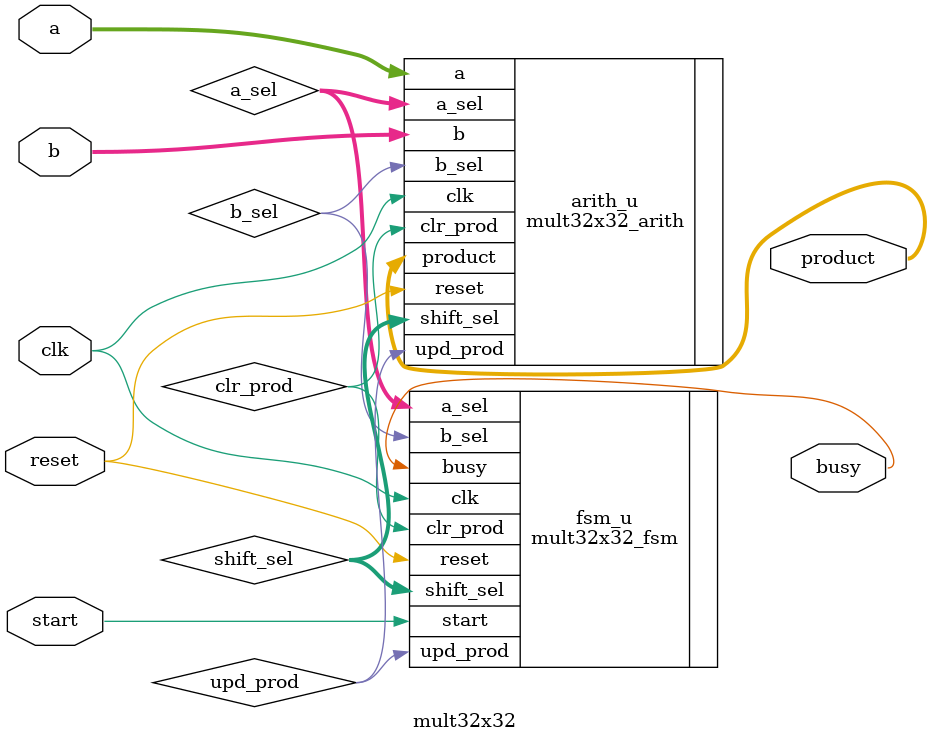
<source format=sv>
module mult32x32 (
    input logic clk,            // Clock
    input logic reset,          // Reset
    input logic start,          // Start signal
    input logic [31:0] a,       // Input a
    input logic [31:0] b,       // Input b
    output logic busy,          // Multiplier busy indication
    output logic [63:0] product // Miltiplication product
);

// Put your code here
	
	// Logics
	logic [1:0] a_sel;     	// Select one byte from A
    logic b_sel;           	// Select one 2-byte word from B
    logic [2:0] shift_sel; 	// Select output from shifters
    logic upd_prod;        	// Update the product register
    logic clr_prod;     	// Clear the product register
	
	// FSM Unit
	mult32x32_fsm fsm_u(
		.clk(clk),
		.reset(reset),
		.start(start),
		.busy(busy),
		.a_sel(a_sel),
		.b_sel(b_sel),
		.shift_sel(shift_sel),
		.upd_prod(upd_prod),
		.clr_prod(clr_prod)
	);
	
	// Arithmetic Unit
	mult32x32_arith arith_u(
		.clk(clk),
		.reset(reset),
		.a(a),
		.b(b),
		.a_sel(a_sel),
		.b_sel(b_sel),
		.shift_sel(shift_sel),
		.upd_prod(upd_prod),
		.clr_prod(clr_prod),
		.product(product)
	);

// End of your code

endmodule

</source>
